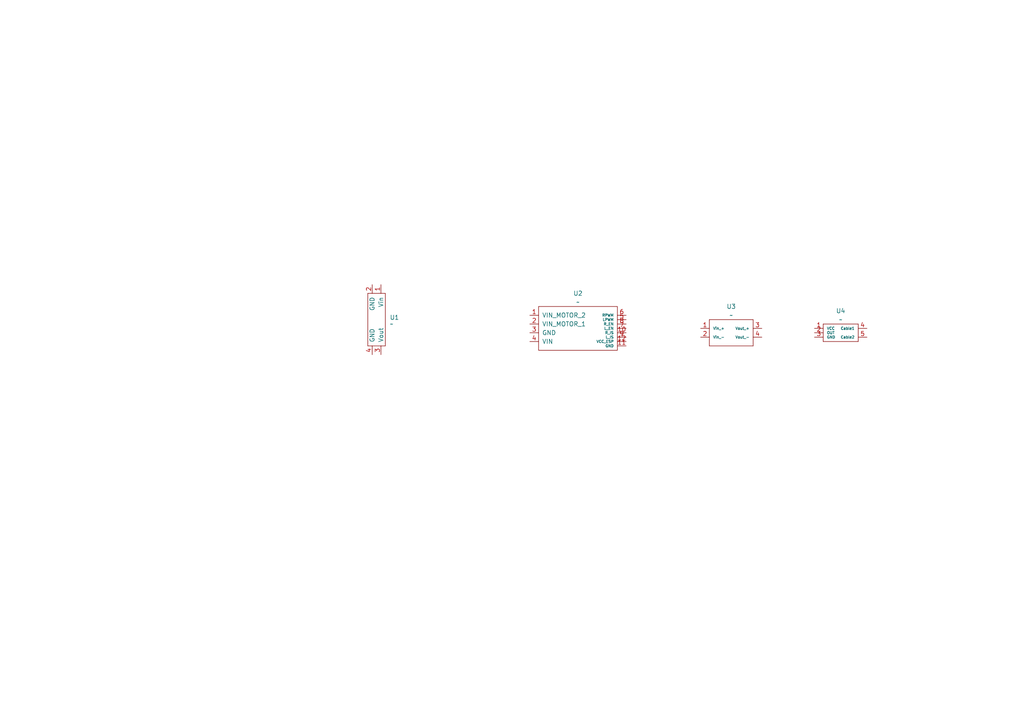
<source format=kicad_sch>
(kicad_sch (version 20231120) (generator "eeschema") (generator_version "8.0")
  (paper "A4")
  (lib_symbols
    (symbol "Driver_Del_Motor:Driver_Motor" (pin_names (offset 1.016))
      (property "Reference" "U" (at 0 0 0))
      (symbol "Driver_Motor_0_1"
        (rectangle (start -11.43 7.62) (end 11.43 -5.08))
      )
      (symbol "Driver_Motor_1_1"
        (pin input line (at -13.97 5.08 0) (length 2.54) (name "VIN_MOTOR_2") (number "1"))
        (pin input line (at 13.97 0 180) (length 2.54) (name "R_IS") (number "10"))
        (pin input line (at 13.97 -3.81 180) (length 2.54) (name "GND") (number "11"))
        (pin input line (at 13.97 -2.54 180) (length 2.54) (name "VCC_ESP") (number "12"))
        (pin input line (at -13.97 2.54 0) (length 2.54) (name "VIN_MOTOR_1") (number "2"))
        (pin input line (at -13.97 0 0) (length 2.54) (name "GND") (number "3"))
        (pin input line (at -13.97 -2.54 0) (length 2.54) (name "VIN") (number "4"))
        (pin input line (at 13.97 3.81 180) (length 2.54) (name "LPWM") (number "5"))
        (pin input line (at 13.97 5.08 180) (length 2.54) (name "RPWM") (number "6"))
        (pin input line (at 13.97 1.27 180) (length 2.54) (name "L_EN") (number "7"))
        (pin input line (at 13.97 2.54 180) (length 2.54) (name "R_EN") (number "8"))
        (pin input line (at 13.97 -1.27 180) (length 2.54) (name "L_IS") (number "9"))
      )
    )
    (symbol "Sensor_Corriente:Sensor_De_Corriente" (pin_names (offset 1.016))
      (property "Reference" "U" (at 0 0 0))
      (symbol "Sensor_De_Corriente_0_1"
        (rectangle (start -5.08 -2.54) (end 5.08 -2.54))
        (rectangle (start -5.08 1.27) (end -5.08 -2.54))
        (rectangle (start -5.08 1.27) (end -5.08 2.54))
        (rectangle (start -5.08 2.54) (end 5.08 2.54))
        (rectangle (start 5.08 2.54) (end 5.08 -2.54))
      )
      (symbol "Sensor_De_Corriente_1_1"
        (pin input line (at -7.62 1.27 0) (length 2.54) (name "VCC") (number "1"))
        (pin input line (at -7.62 0 0) (length 2.54) (name "OUT") (number "2"))
        (pin input line (at -7.62 -1.27 0) (length 2.54) (name "GND") (number "3"))
        (pin input line (at 7.62 1.27 180) (length 2.54) (name "Cable1") (number "4"))
        (pin input line (at 7.62 -1.27 180) (length 2.54) (name "Cable2") (number "5"))
      )
    )
    (symbol "Simbolo_step_5V_6.5V:XL4060" (pin_names (offset 1.016))
      (property "Reference" "U" (at 0 0 0))
      (symbol "XL4060_0_1"
        (rectangle (start -7.62 -3.81) (end 7.62 -3.81))
        (rectangle (start -7.62 -2.54) (end -7.62 -3.81))
        (rectangle (start -7.62 -2.54) (end -7.62 0))
        (rectangle (start -7.62 1.27) (end -7.62 0))
        (rectangle (start -7.62 1.27) (end 7.62 1.27))
        (rectangle (start 7.62 -2.54) (end 7.62 -3.81))
        (rectangle (start 7.62 -2.54) (end 7.62 0))
        (rectangle (start 7.62 0) (end 7.62 1.27))
      )
      (symbol "XL4060_1_1"
        (pin input line (at -10.16 0 0) (length 2.54) (name "Vin") (number "1"))
        (pin input line (at -10.16 -2.54 0) (length 2.54) (name "GND") (number "2"))
        (pin output line (at 10.16 0 180) (length 2.54) (name "Vout") (number "3"))
        (pin output line (at 10.16 -2.54 180) (length 2.54) (name "GND") (number "4"))
      )
    )
    (symbol "Step_Chino:Step_Down_Chino" (pin_names (offset 1.016))
      (property "Reference" "U" (at 0 0 0))
      (symbol "Step_Down_Chino_0_1"
        (rectangle (start -6.35 -3.81) (end 6.35 -3.81))
        (rectangle (start -6.35 -1.27) (end -6.35 -3.81))
        (rectangle (start -6.35 -1.27) (end -6.35 1.27))
        (rectangle (start -6.35 1.27) (end -6.35 3.81))
        (rectangle (start 6.35 -3.81) (end 6.35 -1.27))
        (rectangle (start 6.35 -1.27) (end 6.35 1.27))
        (rectangle (start 6.35 1.27) (end 6.35 3.81))
        (rectangle (start 6.35 3.81) (end -6.35 3.81))
      )
      (symbol "Step_Down_Chino_1_1"
        (pin input line (at -8.89 1.27 0) (length 2.54) (name "Vin_+") (number "1"))
        (pin input line (at -8.89 -1.27 0) (length 2.54) (name "Vin_-") (number "2"))
        (pin output line (at 8.89 1.27 180) (length 2.54) (name "Vout_+") (number "3"))
        (pin output line (at 8.89 -1.27 180) (length 2.54) (name "Vout_-") (number "4"))
      )
    )
  )
  (symbol (lib_id "Driver_Del_Motor:Driver_Motor") (at 167.64 96.52 0) (unit 1)
    (property "Reference" "U2" (at 167.64 85.09 0))
    (property "Value" "~" (at 167.64 87.63 0))
    (property "Footprint" "Driver_Del_Motor:Driver_Motor" (effects (hide yes)))
  )
  (symbol (lib_id "Step_Chino:Step_Down_Chino") (at 212.09 96.52 0) (unit 1)
    (property "Reference" "U3" (at 212.09 88.9 0))
    (property "Value" "~" (at 212.09 91.44 0))
    (property "Footprint" "Step_Down_Chino:Step_Down_Chinp" (effects (hide yes)))
  )
  (symbol (lib_id "Sensor_Corriente:Sensor_De_Corriente") (at 243.84 96.52 0) (unit 1)
    (property "Reference" "U4" (at 243.84 90.17 0))
    (property "Value" "~" (at 243.84 92.71 0))
    (property "Footprint" "Sensor_Corriente:Sensor_Corriente" (effects (hide yes)))
  )
  (symbol (lib_id "Simbolo_step_5V_6.5V:XL4060") (at 110.49 92.71 270) (unit 1)
    (property "Reference" "U1" (at 113.03 92.0749 90) (effects (justify left)))
    (property "Value" "~" (at 113.03 93.98 90) (effects (justify left)))
    (property "Footprint" "XL4060_Footprint:XL4016" (effects (hide yes)))
  )
)
</source>
